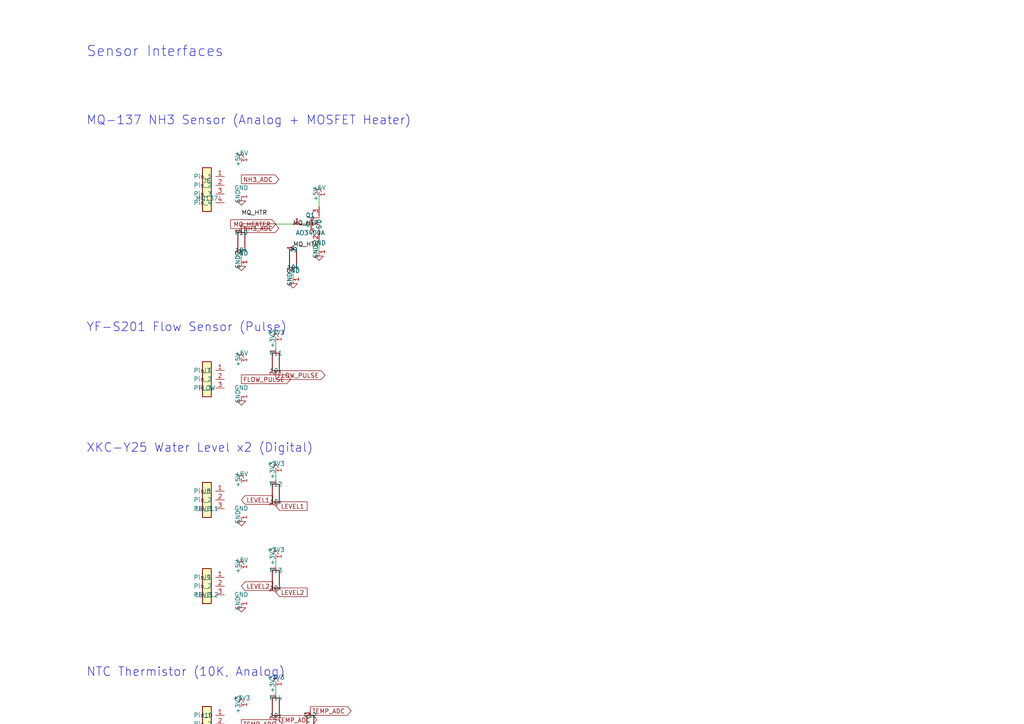
<source format=kicad_sch>
(kicad_sch (version 20231120) (generator "petfilter_schgen") (generator_version "1.0")
  (paper "A4")
  (title_block (title "PetFilter - Sensor Interfaces") (date "2026-02-15") (rev "0.1") (company "PetFilter"))
  (lib_symbols
    (symbol "power:+5V" (power) (pin_names (offset 0)) (in_bom no) (on_board no)
      (property "Value" "+5V" (at 0 3.81 0))
      (symbol "+5V_0_1"
        (polyline (pts (xy -0.762 1.27) (xy 0 2.54) (xy 0.762 1.27)))
      )
      (symbol "+5V_1_1"
        (pin power_in line (at 0 0 90) (length 1.27) (name "+5V") (number "1"))
      )
    )
    (symbol "power:+3V3" (power) (pin_names (offset 0)) (in_bom no) (on_board no)
      (property "Value" "+3V3" (at 0 3.81 0))
      (symbol "+3V3_0_1"
        (polyline (pts (xy -0.762 1.27) (xy 0 2.54) (xy 0.762 1.27)))
      )
      (symbol "+3V3_1_1"
        (pin power_in line (at 0 0 90) (length 1.27) (name "+3V3") (number "1"))
      )
    )
    (symbol "power:GND" (power) (pin_names (offset 0)) (in_bom no) (on_board no)
      (property "Value" "GND" (at 0 -3.81 0))
      (symbol "GND_0_1"
        (polyline (pts (xy 0 0) (xy 0 -1.27) (xy 1.27 -1.27) (xy 0 -2.54) (xy -1.27 -1.27) (xy 0 -1.27)))
      )
      (symbol "GND_1_1"
        (pin power_in line (at 0 0 270) (length 0.00) (name "GND") (number "1"))
      )
    )
    (symbol "Device:R" (pin_names (offset 0) hide)
      (property "Reference" "R" (at 2.54 0 90))
      (property "Value" "R" (at -2.54 0 90))
      (symbol "R_0_1"
        (rectangle (start -1.016 2.54) (end 1.016 -2.54) (stroke (width 0.254)))
      )
      (symbol "R_1_1"
        (pin passive line (at 0 3.81 270) (length 1.27) (name "~") (number "1"))
        (pin passive line (at 0 -3.81 90) (length 1.27) (name "~") (number "2"))
      )
    )
    (symbol "Device:C" (pin_names (offset 0) hide)
      (property "Reference" "C" (at 2.54 0 90))
      (property "Value" "C" (at -2.54 0 90))
      (symbol "C_0_1"
        (rectangle (start -1.016 2.54) (end 1.016 -2.54) (stroke (width 0.254)))
      )
      (symbol "C_1_1"
        (pin passive line (at 0 3.81 270) (length 1.27) (name "~") (number "1"))
        (pin passive line (at 0 -3.81 90) (length 1.27) (name "~") (number "2"))
      )
    )
    (symbol "Connector_Generic:Conn_01x03_Pin" (pin_names (offset 1.016))
      (property "Reference" "J" (at 0 7.62 0))
      (property "Value" "Conn_01x03" (at 0 -7.62 0))
      (symbol "Conn_01x03_Pin_0_1"
        (rectangle (start -1.27 5.08) (end 1.27 -5.08) (stroke (width 0.254)) (fill (type background)))
      )
      (symbol "Conn_01x03_Pin_1_1"
        (pin passive line (at 5.08 2.54 180) (length 2.54) (name "Pin_1") (number "1"))
        (pin passive line (at 5.08 0.00 180) (length 2.54) (name "Pin_2") (number "2"))
        (pin passive line (at 5.08 -2.54 180) (length 2.54) (name "Pin_3") (number "3"))
      )
    )
    (symbol "Connector_Generic:Conn_01x04_Pin" (pin_names (offset 1.016))
      (property "Reference" "J" (at 0 8.89 0))
      (property "Value" "Conn_01x04" (at 0 -8.89 0))
      (symbol "Conn_01x04_Pin_0_1"
        (rectangle (start -1.27 6.35) (end 1.27 -6.35) (stroke (width 0.254)) (fill (type background)))
      )
      (symbol "Conn_01x04_Pin_1_1"
        (pin passive line (at 5.08 3.81 180) (length 2.54) (name "Pin_1") (number "1"))
        (pin passive line (at 5.08 1.27 180) (length 2.54) (name "Pin_2") (number "2"))
        (pin passive line (at 5.08 -1.27 180) (length 2.54) (name "Pin_3") (number "3"))
        (pin passive line (at 5.08 -3.81 180) (length 2.54) (name "Pin_4") (number "4"))
      )
    )
    (symbol "Transistor_FET:AO3400A" (pin_names (offset 1.016))
      (property "Reference" "Q" (at 5.08 1.27 0))
      (property "Value" "AO3400A" (at 5.08 -1.27 0))
      (symbol "AO3400A_0_1"
        (polyline (pts (xy 0.254 0) (xy -2.54 0)))
        (polyline (pts (xy 0.254 1.905) (xy 0.254 -1.905)) (stroke (width 0.254)))
        (polyline (pts (xy 0.762 -1.27) (xy 0.762 -2.286)) (stroke (width 0.254)))
        (polyline (pts (xy 0.762 0.508) (xy 0.762 -0.508)) (stroke (width 0.254)))
        (polyline (pts (xy 0.762 2.286) (xy 0.762 1.27)) (stroke (width 0.254)))
        (polyline (pts (xy 2.54 2.54) (xy 2.54 1.778) (xy 0.762 1.778)))
        (polyline (pts (xy 2.54 -2.54) (xy 2.54 0) (xy 0.762 0)))
      )
      (symbol "AO3400A_1_1"
        (pin input line (at -5.08 0 0) (length 2.54) (name "G") (number "1"))
        (pin passive line (at 2.54 -5.08 90) (length 2.54) (name "S") (number "2"))
        (pin passive line (at 2.54 5.08 270) (length 2.54) (name "D") (number "3"))
      )
    )
  )
  (text "Sensor Interfaces" (at 25.00 15.00 0) (effects (font (size 3.00 3.00)) (justify left)))
  (text "MQ-137 NH3 Sensor (Analog + MOSFET Heater)" (at 25.00 35.00 0) (effects (font (size 2.54 2.54)) (justify left)))
  (symbol (lib_id "Connector_Generic:Conn_01x04_Pin") (at 60.00 55.00 0) (unit 1)
    (property "Reference" "J6" (at 60.00 52.46 0))
    (property "Value" "MQ137" (at 60.00 57.54 0))
    (property "Footprint" "Connector_JST:JST_PH_B4B-PH-K_1x04_P2.00mm_Vertical" (effects hide))
  )
  (symbol (lib_id "power:+5V") (at 70.00 47.00 0) (unit 1) (in_bom no) (on_board no)
    (property "Reference" "#PWR001" (effects hide))
    (property "Value" "+5V" (at 70.00 44.46 0))
  )
  (global_label "NH3_ADC" (shape output) (at 70.00 52.00 0))
  (symbol (lib_id "power:GND") (at 70.00 57.00 0) (unit 1) (in_bom no) (on_board no)
    (property "Reference" "#PWR002" (effects hide))
    (property "Value" "GND" (at 70.00 54.46 0))
  )
  (label "MQ_HTR" (at 70.00 62.00 0))
  (symbol (lib_id "Transistor_FET:AO3400A") (at 90.00 65.00 0) (unit 1)
    (property "Reference" "Q1" (at 90.00 62.46 0))
    (property "Value" "AO3400A" (at 90.00 67.54 0))
    (property "Footprint" "Package_TO_SOT_SMD:SOT-23" (effects hide))
  )
  (label "MQ_HTR" (at 84.92 65.00 0))
  (symbol (lib_id "power:+5V") (at 92.54 57.00 0) (unit 1) (in_bom no) (on_board no)
    (property "Reference" "#PWR003" (effects hide))
    (property "Value" "+5V" (at 92.54 54.46 0))
  )
  (symbol (lib_id "power:GND") (at 92.54 73.00 0) (unit 1) (in_bom no) (on_board no)
    (property "Reference" "#PWR004" (effects hide))
    (property "Value" "GND" (at 92.54 70.46 0))
  )
  (wire (pts (xy 92.54 59.92) (xy 92.54 57.00)))
  (wire (pts (xy 92.54 70.08) (xy 92.54 73.00)))
  (global_label "MQ_HEATER" (shape input) (at 80.00 65.00 180))
  (wire (pts (xy 80.00 65.00) (xy 84.92 65.00)))
  (symbol (lib_id "Device:R") (at 85.00 75.00 0) (unit 1)
    (property "Reference" "R9" (at 85.00 72.46 0))
    (property "Value" "10k" (at 85.00 77.54 0))
    (property "Footprint" "Resistor_SMD:R_0603_1608Metric" (effects hide))
  )
  (label "MQ_HTR" (at 85.00 71.19 0))
  (symbol (lib_id "power:GND") (at 85.00 81.00 0) (unit 1) (in_bom no) (on_board no)
    (property "Reference" "#PWR005" (effects hide))
    (property "Value" "GND" (at 85.00 78.46 0))
  )
  (wire (pts (xy 85.00 78.81) (xy 85.00 81.00)))
  (symbol (lib_id "Device:R") (at 70.00 70.00 0) (unit 1)
    (property "Reference" "R10" (at 70.00 67.46 0))
    (property "Value" "10k" (at 70.00 72.54 0))
    (property "Footprint" "Resistor_SMD:R_0603_1608Metric" (effects hide))
  )
  (global_label "NH3_ADC" (shape output) (at 70.00 66.19 0))
  (symbol (lib_id "power:GND") (at 70.00 76.00 0) (unit 1) (in_bom no) (on_board no)
    (property "Reference" "#PWR006" (effects hide))
    (property "Value" "GND" (at 70.00 73.46 0))
  )
  (wire (pts (xy 70.00 73.81) (xy 70.00 76.00)))
  (text "YF-S201 Flow Sensor (Pulse)" (at 25.00 95.00 0) (effects (font (size 2.54 2.54)) (justify left)))
  (symbol (lib_id "Connector_Generic:Conn_01x03_Pin") (at 60.00 110.00 0) (unit 1)
    (property "Reference" "J7" (at 60.00 107.46 0))
    (property "Value" "FLOW" (at 60.00 112.54 0))
    (property "Footprint" "Connector_JST:JST_PH_B3B-PH-K_1x03_P2.00mm_Vertical" (effects hide))
  )
  (symbol (lib_id "power:+5V") (at 70.00 105.00 0) (unit 1) (in_bom no) (on_board no)
    (property "Reference" "#PWR007" (effects hide))
    (property "Value" "+5V" (at 70.00 102.46 0))
  )
  (global_label "FLOW_PULSE" (shape output) (at 70.00 110.00 0))
  (symbol (lib_id "power:GND") (at 70.00 115.00 0) (unit 1) (in_bom no) (on_board no)
    (property "Reference" "#PWR008" (effects hide))
    (property "Value" "GND" (at 70.00 112.46 0))
  )
  (symbol (lib_id "Device:R") (at 80.00 105.00 0) (unit 1)
    (property "Reference" "R11" (at 80.00 102.46 0))
    (property "Value" "10k" (at 80.00 107.54 0))
    (property "Footprint" "Resistor_SMD:R_0603_1608Metric" (effects hide))
  )
  (symbol (lib_id "power:+3V3") (at 80.00 99.00 0) (unit 1) (in_bom no) (on_board no)
    (property "Reference" "#PWR009" (effects hide))
    (property "Value" "+3V3" (at 80.00 96.46 0))
  )
  (wire (pts (xy 80.00 99.00) (xy 80.00 101.19)))
  (global_label "FLOW_PULSE" (shape output) (at 80.00 108.81 0))
  (text "XKC-Y25 Water Level x2 (Digital)" (at 25.00 130.00 0) (effects (font (size 2.54 2.54)) (justify left)))
  (symbol (lib_id "Connector_Generic:Conn_01x03_Pin") (at 60.00 145.00 0) (unit 1)
    (property "Reference" "J8" (at 60.00 142.46 0))
    (property "Value" "LEVEL1" (at 60.00 147.54 0))
    (property "Footprint" "Connector_JST:JST_PH_B3B-PH-K_1x03_P2.00mm_Vertical" (effects hide))
  )
  (symbol (lib_id "power:+5V") (at 70.00 140.00 0) (unit 1) (in_bom no) (on_board no)
    (property "Reference" "#PWR010" (effects hide))
    (property "Value" "+5V" (at 70.00 137.46 0))
  )
  (global_label "LEVEL1" (shape input) (at 70.00 145.00 0))
  (symbol (lib_id "power:GND") (at 70.00 150.00 0) (unit 1) (in_bom no) (on_board no)
    (property "Reference" "#PWR011" (effects hide))
    (property "Value" "GND" (at 70.00 147.46 0))
  )
  (symbol (lib_id "Device:R") (at 80.00 143.00 0) (unit 1)
    (property "Reference" "R12" (at 80.00 140.46 0))
    (property "Value" "10k" (at 80.00 145.54 0))
    (property "Footprint" "Resistor_SMD:R_0603_1608Metric" (effects hide))
  )
  (symbol (lib_id "power:+3V3") (at 80.00 137.00 0) (unit 1) (in_bom no) (on_board no)
    (property "Reference" "#PWR012" (effects hide))
    (property "Value" "+3V3" (at 80.00 134.46 0))
  )
  (wire (pts (xy 80.00 137.00) (xy 80.00 139.19)))
  (global_label "LEVEL1" (shape input) (at 80.00 146.81 0))
  (symbol (lib_id "Connector_Generic:Conn_01x03_Pin") (at 60.00 170.00 0) (unit 1)
    (property "Reference" "J9" (at 60.00 167.46 0))
    (property "Value" "LEVEL2" (at 60.00 172.54 0))
    (property "Footprint" "Connector_JST:JST_PH_B3B-PH-K_1x03_P2.00mm_Vertical" (effects hide))
  )
  (symbol (lib_id "power:+5V") (at 70.00 165.00 0) (unit 1) (in_bom no) (on_board no)
    (property "Reference" "#PWR013" (effects hide))
    (property "Value" "+5V" (at 70.00 162.46 0))
  )
  (global_label "LEVEL2" (shape input) (at 70.00 170.00 0))
  (symbol (lib_id "power:GND") (at 70.00 175.00 0) (unit 1) (in_bom no) (on_board no)
    (property "Reference" "#PWR014" (effects hide))
    (property "Value" "GND" (at 70.00 172.46 0))
  )
  (symbol (lib_id "Device:R") (at 80.00 168.00 0) (unit 1)
    (property "Reference" "R13" (at 80.00 165.46 0))
    (property "Value" "10k" (at 80.00 170.54 0))
    (property "Footprint" "Resistor_SMD:R_0603_1608Metric" (effects hide))
  )
  (symbol (lib_id "power:+3V3") (at 80.00 162.00 0) (unit 1) (in_bom no) (on_board no)
    (property "Reference" "#PWR015" (effects hide))
    (property "Value" "+3V3" (at 80.00 159.46 0))
  )
  (wire (pts (xy 80.00 162.00) (xy 80.00 164.19)))
  (global_label "LEVEL2" (shape input) (at 80.00 171.81 0))
  (text "NTC Thermistor (10K, Analog)" (at 25.00 195.00 0) (effects (font (size 2.54 2.54)) (justify left)))
  (symbol (lib_id "Connector_Generic:Conn_01x03_Pin") (at 60.00 210.00 0) (unit 1)
    (property "Reference" "J10" (at 60.00 207.46 0))
    (property "Value" "THERM" (at 60.00 212.54 0))
    (property "Footprint" "Connector_JST:JST_PH_B3B-PH-K_1x03_P2.00mm_Vertical" (effects hide))
  )
  (symbol (lib_id "power:+3V3") (at 70.00 205.00 0) (unit 1) (in_bom no) (on_board no)
    (property "Reference" "#PWR016" (effects hide))
    (property "Value" "+3V3" (at 70.00 202.46 0))
  )
  (global_label "TEMP_ADC" (shape output) (at 70.00 210.00 0))
  (symbol (lib_id "power:GND") (at 70.00 215.00 0) (unit 1) (in_bom no) (on_board no)
    (property "Reference" "#PWR017" (effects hide))
    (property "Value" "GND" (at 70.00 212.46 0))
  )
  (symbol (lib_id "Device:R") (at 80.00 205.00 0) (unit 1)
    (property "Reference" "R14" (at 80.00 202.46 0))
    (property "Value" "10k" (at 80.00 207.54 0))
    (property "Footprint" "Resistor_SMD:R_0603_1608Metric" (effects hide))
  )
  (symbol (lib_id "power:+3V3") (at 80.00 199.00 0) (unit 1) (in_bom no) (on_board no)
    (property "Reference" "#PWR018" (effects hide))
    (property "Value" "+3V3" (at 80.00 196.46 0))
  )
  (wire (pts (xy 80.00 199.00) (xy 80.00 201.19)))
  (global_label "TEMP_ADC" (shape output) (at 80.00 208.81 0))
  (symbol (lib_id "Device:C") (at 90.00 210.00 0) (unit 1)
    (property "Reference" "C12" (at 90.00 207.46 0))
    (property "Value" "100n" (at 90.00 212.54 0))
    (property "Footprint" "Capacitor_SMD:C_0603_1608Metric" (effects hide))
  )
  (global_label "TEMP_ADC" (shape output) (at 90.00 206.19 0))
  (symbol (lib_id "power:GND") (at 90.00 216.00 0) (unit 1) (in_bom no) (on_board no)
    (property "Reference" "#PWR019" (effects hide))
    (property "Value" "GND" (at 90.00 213.46 0))
  )
  (wire (pts (xy 90.00 213.81) (xy 90.00 216.00)))
)
</source>
